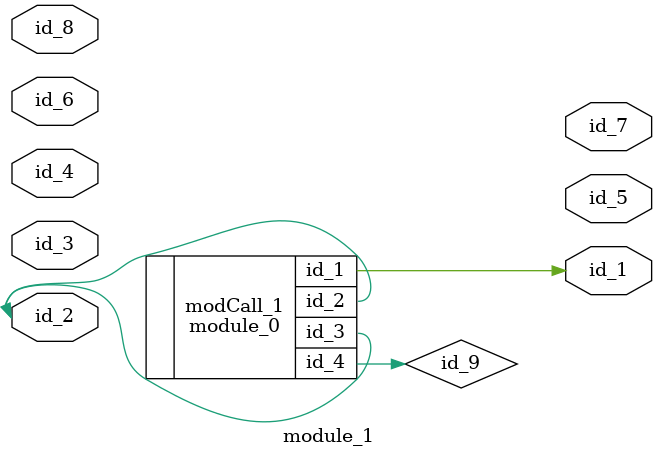
<source format=v>
module module_0 (
    id_1,
    id_2,
    id_3,
    id_4
);
  inout wire id_4;
  output wire id_3;
  output wire id_2;
  output wire id_1;
endmodule
module module_1 (
    id_1,
    id_2,
    id_3,
    id_4,
    id_5,
    id_6,
    id_7,
    id_8
);
  input wire id_8;
  output wire id_7;
  inout wire id_6;
  output wire id_5;
  input wire id_4;
  input wire id_3;
  inout wire id_2;
  output wire id_1;
  wire id_9;
  module_0 modCall_1 (
      id_1,
      id_2,
      id_2,
      id_9
  );
endmodule

</source>
